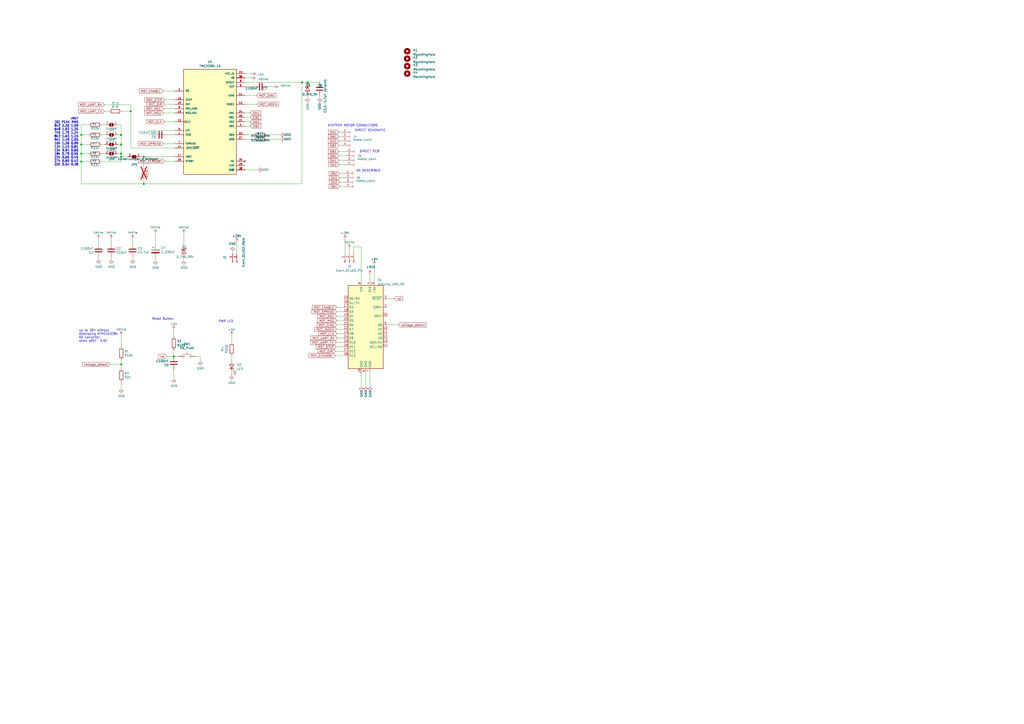
<source format=kicad_sch>
(kicad_sch (version 20230121) (generator eeschema)
  (paper "A2")
  (title_block (title "ETHERSWEEP 4") (rev "4.0.1") (company "github.com/neumi"))
  (lib_symbols
    (symbol "+28V_1" (power) (pin_names (offset 0))
      (property "Value" "+28V_1" (at 0 3.81 0))
      (symbol "+28V_1_0_1"
        (polyline (pts (xy -0.762 1.27) (xy 0 2.54)))
        (polyline (pts (xy 0 0) (xy 0 2.54)))
        (polyline (pts (xy 0 2.54) (xy 0.762 1.27)))
      )
      (symbol "+28V_1_1_1"
        (pin power_in line (at 0 0 90) (length 0) hide (name "+28V") (number "1"))
      )
    )
    (symbol "Connector:Conn_01x02_Male" (pin_names (offset 1.016) hide)
      (property "Reference" "J" (at 0 2.54 0))
      (property "Value" "Conn_01x02_Male" (at 0 -5.08 0))
      (symbol "Conn_01x02_Male_1_1"
        (polyline (pts (xy 1.27 -2.54) (xy 0.8636 -2.54)) (stroke (width 0.1524)))
        (polyline (pts (xy 1.27 0) (xy 0.8636 0)) (stroke (width 0.1524)))
        (rectangle (start 0.8636 -2.413) (end 0 -2.667) (stroke (width 0.1524)) (fill (type outline)))
        (rectangle (start 0.8636 0.127) (end 0 -0.127) (stroke (width 0.1524)) (fill (type outline)))
        (pin passive line (at 5.08 0 180) (length 3.81) (name "Pin_1") (number "1"))
        (pin passive line (at 5.08 -2.54 180) (length 3.81) (name "Pin_2") (number "2"))
      )
    )
    (symbol "Connector:Conn_01x03_Pin" (pin_names (offset 1.016) hide)
      (property "Reference" "J" (at 0 5.08 0))
      (property "Value" "Conn_01x03_Pin" (at 0 -5.08 0))
      (symbol "Conn_01x03_Pin_1_1"
        (polyline (pts (xy 1.27 -2.54) (xy 0.8636 -2.54)) (stroke (width 0.1524)))
        (polyline (pts (xy 1.27 0) (xy 0.8636 0)) (stroke (width 0.1524)))
        (polyline (pts (xy 1.27 2.54) (xy 0.8636 2.54)) (stroke (width 0.1524)))
        (rectangle (start 0.8636 -2.413) (end 0 -2.667) (stroke (width 0.1524)) (fill (type outline)))
        (rectangle (start 0.8636 0.127) (end 0 -0.127) (stroke (width 0.1524)) (fill (type outline)))
        (rectangle (start 0.8636 2.667) (end 0 2.413) (stroke (width 0.1524)) (fill (type outline)))
        (pin passive line (at 5.08 2.54 180) (length 3.81) (name "Pin_1") (number "1"))
        (pin passive line (at 5.08 0 180) (length 3.81) (name "Pin_2") (number "2"))
        (pin passive line (at 5.08 -2.54 180) (length 3.81) (name "Pin_3") (number "3"))
      )
    )
    (symbol "Connector:Conn_01x04_Female" (pin_names (offset 1.016) hide)
      (property "Reference" "J" (at 0 5.08 0))
      (property "Value" "Conn_01x04_Female" (at 0 -7.62 0))
      (symbol "Conn_01x04_Female_1_1"
        (arc (start 0 -4.572) (mid -0.5058 -5.08) (end 0 -5.588) (stroke (width 0.1524)))
        (arc (start 0 -2.032) (mid -0.5058 -2.54) (end 0 -3.048) (stroke (width 0.1524)))
        (polyline (pts (xy -1.27 -5.08) (xy -0.508 -5.08)) (stroke (width 0.1524)))
        (polyline (pts (xy -1.27 -2.54) (xy -0.508 -2.54)) (stroke (width 0.1524)))
        (polyline (pts (xy -1.27 0) (xy -0.508 0)) (stroke (width 0.1524)))
        (polyline (pts (xy -1.27 2.54) (xy -0.508 2.54)) (stroke (width 0.1524)))
        (arc (start 0 0.508) (mid -0.5058 0) (end 0 -0.508) (stroke (width 0.1524)))
        (arc (start 0 3.048) (mid -0.5058 2.54) (end 0 2.032) (stroke (width 0.1524)))
        (pin passive line (at -5.08 2.54 0) (length 3.81) (name "Pin_1") (number "1"))
        (pin passive line (at -5.08 0 0) (length 3.81) (name "Pin_2") (number "2"))
        (pin passive line (at -5.08 -2.54 0) (length 3.81) (name "Pin_3") (number "3"))
        (pin passive line (at -5.08 -5.08 0) (length 3.81) (name "Pin_4") (number "4"))
      )
    )
    (symbol "Device:C" (pin_numbers hide) (pin_names (offset 0.254))
      (property "Reference" "C" (at 0.635 2.54 0))
      (property "Value" "C" (at 0.635 -2.54 0))
      (symbol "C_0_1"
        (polyline (pts (xy -2.032 -0.762) (xy 2.032 -0.762)) (stroke (width 0.508)))
        (polyline (pts (xy -2.032 0.762) (xy 2.032 0.762)) (stroke (width 0.508)))
      )
      (symbol "C_1_1"
        (pin passive line (at 0 3.81 270) (length 2.794) (name "~") (number "1"))
        (pin passive line (at 0 -3.81 90) (length 2.794) (name "~") (number "2"))
      )
    )
    (symbol "Device:C_Polarized" (pin_numbers hide) (pin_names (offset 0.254))
      (property "Reference" "C" (at 0.635 2.54 0))
      (property "Value" "C_Polarized" (at 0.635 -2.54 0))
      (symbol "C_Polarized_0_1"
        (rectangle (start -2.286 0.508) (end 2.286 1.016))
        (polyline (pts (xy -1.778 2.286) (xy -0.762 2.286)))
        (polyline (pts (xy -1.27 2.794) (xy -1.27 1.778)))
        (rectangle (start 2.286 -0.508) (end -2.286 -1.016) (fill (type outline)))
      )
      (symbol "C_Polarized_1_1"
        (pin passive line (at 0 3.81 270) (length 2.794) (name "~") (number "1"))
        (pin passive line (at 0 -3.81 90) (length 2.794) (name "~") (number "2"))
      )
    )
    (symbol "Device:D_Schottky" (pin_numbers hide) (pin_names (offset 1.016) hide)
      (property "Reference" "D" (at 0 2.54 0))
      (property "Value" "D_Schottky" (at 0 -2.54 0))
      (symbol "D_Schottky_0_1"
        (polyline (pts (xy 1.27 0) (xy -1.27 0)))
        (polyline (pts (xy 1.27 1.27) (xy 1.27 -1.27) (xy -1.27 0) (xy 1.27 1.27)) (stroke (width 0.254)))
        (polyline (pts (xy -1.905 0.635) (xy -1.905 1.27) (xy -1.27 1.27) (xy -1.27 -1.27) (xy -0.635 -1.27) (xy -0.635 -0.635)) (stroke (width 0.254)))
      )
      (symbol "D_Schottky_1_1"
        (pin passive line (at -3.81 0 0) (length 2.54) (name "K") (number "1"))
        (pin passive line (at 3.81 0 180) (length 2.54) (name "A") (number "2"))
      )
    )
    (symbol "Device:LED" (pin_numbers hide) (pin_names (offset 1.016) hide)
      (property "Reference" "D" (at 0 2.54 0))
      (property "Value" "LED" (at 0 -2.54 0))
      (symbol "LED_0_1"
        (polyline (pts (xy -1.27 -1.27) (xy -1.27 1.27)) (stroke (width 0.254)))
        (polyline (pts (xy -1.27 0) (xy 1.27 0)))
        (polyline (pts (xy 1.27 -1.27) (xy 1.27 1.27) (xy -1.27 0) (xy 1.27 -1.27)) (stroke (width 0.254)))
        (polyline (pts (xy -3.048 -0.762) (xy -4.572 -2.286) (xy -3.81 -2.286) (xy -4.572 -2.286) (xy -4.572 -1.524)))
        (polyline (pts (xy -1.778 -0.762) (xy -3.302 -2.286) (xy -2.54 -2.286) (xy -3.302 -2.286) (xy -3.302 -1.524)))
      )
      (symbol "LED_1_1"
        (pin passive line (at -3.81 0 0) (length 2.54) (name "K") (number "1"))
        (pin passive line (at 3.81 0 180) (length 2.54) (name "A") (number "2"))
      )
    )
    (symbol "Device:R" (pin_numbers hide) (pin_names (offset 0))
      (property "Reference" "R" (at 2.032 0 90))
      (property "Value" "R" (at 0 0 90))
      (symbol "R_0_1"
        (rectangle (start -1.016 -2.54) (end 1.016 2.54) (stroke (width 0.254)))
      )
      (symbol "R_1_1"
        (pin passive line (at 0 3.81 270) (length 1.27) (name "~") (number "1"))
        (pin passive line (at 0 -3.81 90) (length 1.27) (name "~") (number "2"))
      )
    )
    (symbol "Jumper:SolderJumper_2_Bridged" (pin_names (offset 0) hide)
      (property "Reference" "JP" (at 0 2.032 0))
      (property "Value" "SolderJumper_2_Bridged" (at 0 -2.54 0))
      (symbol "SolderJumper_2_Bridged_0_1"
        (rectangle (start -0.508 0.508) (end 0.508 -0.508) (fill (type outline)))
        (arc (start -0.254 1.016) (mid -1.2656 0) (end -0.254 -1.016))
        (arc (start -0.254 1.016) (mid -1.2656 0) (end -0.254 -1.016) (fill (type outline)))
        (polyline (pts (xy -0.254 1.016) (xy -0.254 -1.016)))
        (polyline (pts (xy 0.254 1.016) (xy 0.254 -1.016)))
        (arc (start 0.254 -1.016) (mid 1.2656 0) (end 0.254 1.016))
        (arc (start 0.254 -1.016) (mid 1.2656 0) (end 0.254 1.016) (fill (type outline)))
      )
      (symbol "SolderJumper_2_Bridged_1_1"
        (pin passive line (at -3.81 0 0) (length 2.54) (name "A") (number "1"))
        (pin passive line (at 3.81 0 180) (length 2.54) (name "B") (number "2"))
      )
    )
    (symbol "Jumper:SolderJumper_2_Open" (pin_names (offset 0) hide)
      (property "Reference" "JP" (at 0 2.032 0))
      (property "Value" "SolderJumper_2_Open" (at 0 -2.54 0))
      (symbol "SolderJumper_2_Open_0_1"
        (arc (start -0.254 1.016) (mid -1.2656 0) (end -0.254 -1.016))
        (arc (start -0.254 1.016) (mid -1.2656 0) (end -0.254 -1.016) (fill (type outline)))
        (polyline (pts (xy -0.254 1.016) (xy -0.254 -1.016)))
        (polyline (pts (xy 0.254 1.016) (xy 0.254 -1.016)))
        (arc (start 0.254 -1.016) (mid 1.2656 0) (end 0.254 1.016))
        (arc (start 0.254 -1.016) (mid 1.2656 0) (end 0.254 1.016) (fill (type outline)))
      )
      (symbol "SolderJumper_2_Open_1_1"
        (pin passive line (at -3.81 0 0) (length 2.54) (name "A") (number "1"))
        (pin passive line (at 3.81 0 180) (length 2.54) (name "B") (number "2"))
      )
    )
    (symbol "MCU_Module:Arduino_UNO_R2"
      (property "Reference" "A" (at -10.16 23.495 0))
      (property "Value" "Arduino_UNO_R2" (at 5.08 -26.67 0))
      (symbol "Arduino_UNO_R2_0_1"
        (rectangle (start -10.16 22.86) (end 10.16 -25.4) (stroke (width 0.254)) (fill (type background)))
      )
      (symbol "Arduino_UNO_R2_1_1"
        (pin no_connect line (at -10.16 -20.32 0) (length 2.54) hide (name "NC") (number "1"))
        (pin bidirectional line (at 12.7 -2.54 180) (length 2.54) (name "A1") (number "10"))
        (pin bidirectional line (at 12.7 -5.08 180) (length 2.54) (name "A2") (number "11"))
        (pin bidirectional line (at 12.7 -7.62 180) (length 2.54) (name "A3") (number "12"))
        (pin bidirectional line (at 12.7 -10.16 180) (length 2.54) (name "SDA/A4") (number "13"))
        (pin bidirectional line (at 12.7 -12.7 180) (length 2.54) (name "SCL/A5") (number "14"))
        (pin bidirectional line (at -12.7 15.24 0) (length 2.54) (name "D0/RX") (number "15"))
        (pin bidirectional line (at -12.7 12.7 0) (length 2.54) (name "D1/TX") (number "16"))
        (pin bidirectional line (at -12.7 10.16 0) (length 2.54) (name "D2") (number "17"))
        (pin bidirectional line (at -12.7 7.62 0) (length 2.54) (name "D3") (number "18"))
        (pin bidirectional line (at -12.7 5.08 0) (length 2.54) (name "D4") (number "19"))
        (pin output line (at 12.7 10.16 180) (length 2.54) (name "IOREF") (number "2"))
        (pin bidirectional line (at -12.7 2.54 0) (length 2.54) (name "D5") (number "20"))
        (pin bidirectional line (at -12.7 0 0) (length 2.54) (name "D6") (number "21"))
        (pin bidirectional line (at -12.7 -2.54 0) (length 2.54) (name "D7") (number "22"))
        (pin bidirectional line (at -12.7 -5.08 0) (length 2.54) (name "D8") (number "23"))
        (pin bidirectional line (at -12.7 -7.62 0) (length 2.54) (name "D9") (number "24"))
        (pin bidirectional line (at -12.7 -10.16 0) (length 2.54) (name "D10") (number "25"))
        (pin bidirectional line (at -12.7 -12.7 0) (length 2.54) (name "D11") (number "26"))
        (pin bidirectional line (at -12.7 -15.24 0) (length 2.54) (name "D12") (number "27"))
        (pin bidirectional line (at -12.7 -17.78 0) (length 2.54) (name "D13") (number "28"))
        (pin power_in line (at -2.54 -27.94 90) (length 2.54) (name "GND") (number "29"))
        (pin input line (at 12.7 15.24 180) (length 2.54) (name "~{RESET}") (number "3"))
        (pin input line (at 12.7 5.08 180) (length 2.54) (name "AREF") (number "30"))
        (pin power_out line (at 2.54 25.4 270) (length 2.54) (name "3V3") (number "4"))
        (pin power_out line (at 5.08 25.4 270) (length 2.54) (name "+5V") (number "5"))
        (pin power_in line (at 0 -27.94 90) (length 2.54) (name "GND") (number "6"))
        (pin power_in line (at 2.54 -27.94 90) (length 2.54) (name "GND") (number "7"))
        (pin power_in line (at -2.54 25.4 270) (length 2.54) (name "VIN") (number "8"))
        (pin bidirectional line (at 12.7 0 180) (length 2.54) (name "A0") (number "9"))
      )
    )
    (symbol "Mechanical:MountingHole" (pin_names (offset 1.016))
      (property "Reference" "H" (at 0 5.08 0))
      (property "Value" "MountingHole" (at 0 3.175 0))
      (symbol "MountingHole_0_1"
        (circle (center 0 0) (radius 1.27) (stroke (width 1.27)))
      )
    )
    (symbol "Switch:SW_Push" (pin_numbers hide) (pin_names (offset 1.016) hide)
      (property "Reference" "SW" (at 1.27 2.54 0))
      (property "Value" "SW_Push" (at 0 -1.524 0))
      (symbol "SW_Push_0_1"
        (circle (center -2.032 0) (radius 0.508))
        (polyline (pts (xy 0 1.27) (xy 0 3.048)))
        (polyline (pts (xy 2.54 1.27) (xy -2.54 1.27)))
        (circle (center 2.032 0) (radius 0.508))
        (pin passive line (at -5.08 0 0) (length 2.54) (name "1") (number "1"))
        (pin passive line (at 5.08 0 180) (length 2.54) (name "2") (number "2"))
      )
    )
    (symbol "TMC2209-LA:TMC2209-LA" (pin_names (offset 1.016))
      (property "Reference" "U" (at -15.24 30.48 0))
      (property "Value" "TMC2209-LA" (at -15.24 -33.02 0))
      (symbol "TMC2209-LA_0_0"
        (rectangle (start -15.24 -30.48) (end 15.24 30.48) (stroke (width 0.254)) (fill (type background)))
        (pin output line (at 20.32 -2.54 180) (length 5.08) (name "OB2") (number "1"))
        (pin input line (at -20.32 5.08 0) (length 5.08) (name "MS2_AD1") (number "10"))
        (pin output line (at 20.32 15.24 180) (length 5.08) (name "DIAG") (number "11"))
        (pin output line (at 20.32 10.16 180) (length 5.08) (name "INDEX") (number "12"))
        (pin input clock (at -20.32 0 0) (length 5.08) (name "CLK") (number "13"))
        (pin bidirectional line (at -20.32 -15.24 0) (length 5.08) (name "~{PD~{_UART}") (number "14"))
        (pin power_in line (at 20.32 27.94 180) (length 5.08) (name "VCC_IO") (number "15"))
        (pin input line (at -20.32 12.7 0) (length 5.08) (name "STEP") (number "16"))
        (pin input line (at -20.32 -20.32 0) (length 5.08) (name "VREF") (number "17"))
        (pin power_in line (at 20.32 -27.94 180) (length 5.08) (name "GND") (number "18"))
        (pin input line (at -20.32 10.16 0) (length 5.08) (name "DIR") (number "19"))
        (pin input line (at -20.32 17.78 0) (length 5.08) (name "~{EN}") (number "2"))
        (pin input line (at -20.32 -22.86 0) (length 5.08) (name "STDBY") (number "20"))
        (pin output line (at 20.32 0 180) (length 5.08) (name "OA2") (number "21"))
        (pin power_in line (at 20.32 25.4 180) (length 5.08) (name "VS") (number "22"))
        (pin bidirectional line (at 20.32 -7.62 180) (length 5.08) (name "BRA") (number "23"))
        (pin output line (at 20.32 5.08 180) (length 5.08) (name "OA1") (number "24"))
        (pin no_connect line (at 20.32 -22.86 180) (length 5.08) (name "NC") (number "25"))
        (pin output line (at 20.32 2.54 180) (length 5.08) (name "OB1") (number "26"))
        (pin bidirectional line (at 20.32 -10.16 180) (length 5.08) (name "BRB") (number "27"))
        (pin power_in line (at 20.32 25.4 180) (length 5.08) (name "VS") (number "28"))
        (pin power_in line (at 20.32 -25.4 180) (length 5.08) (name "EXP") (number "29"))
        (pin power_in line (at 20.32 -27.94 180) (length 5.08) (name "GND") (number "3"))
        (pin output line (at -20.32 -7.62 0) (length 5.08) (name "CPO") (number "4"))
        (pin input line (at -20.32 -5.08 0) (length 5.08) (name "CPI") (number "5"))
        (pin power_in line (at 20.32 20.32 180) (length 5.08) (name "VCP") (number "6"))
        (pin input line (at -20.32 -12.7 0) (length 5.08) (name "SPREAD") (number "7"))
        (pin power_in line (at 20.32 22.86 180) (length 5.08) (name "5VOUT") (number "8"))
        (pin input line (at -20.32 7.62 0) (length 5.08) (name "MS1_AD0") (number "9"))
      )
    )
    (symbol "power:+3.3V" (power) (pin_names (offset 0))
      (property "Value" "+3.3V" (at 0 3.556 0))
      (symbol "+3.3V_0_1"
        (polyline (pts (xy -0.762 1.27) (xy 0 2.54)))
        (polyline (pts (xy 0 0) (xy 0 2.54)))
        (polyline (pts (xy 0 2.54) (xy 0.762 1.27)))
      )
      (symbol "+3.3V_1_1"
        (pin power_in line (at 0 0 90) (length 0) hide (name "+3V3") (number "1"))
      )
    )
    (symbol "power:+5V" (power) (pin_names (offset 0))
      (property "Value" "+5V" (at 0 3.556 0))
      (symbol "+5V_0_1"
        (polyline (pts (xy -0.762 1.27) (xy 0 2.54)))
        (polyline (pts (xy 0 0) (xy 0 2.54)))
        (polyline (pts (xy 0 2.54) (xy 0.762 1.27)))
      )
      (symbol "+5V_1_1"
        (pin power_in line (at 0 0 90) (length 0) hide (name "+5V") (number "1"))
      )
    )
    (symbol "power:GND" (power) (pin_names (offset 0))
      (property "Value" "GND" (at 0 -3.81 0))
      (symbol "GND_0_1"
        (polyline (pts (xy 0 0) (xy 0 -1.27) (xy 1.27 -1.27) (xy 0 -2.54) (xy -1.27 -1.27) (xy 0 -1.27)))
      )
      (symbol "GND_1_1"
        (pin power_in line (at 0 0 270) (length 0) hide (name "GND") (number "1"))
      )
    )
    (symbol "power:Vdrive" (power) (pin_names (offset 0))
      (property "Value" "Vdrive" (at 0 3.81 0))
      (symbol "Vdrive_0_1"
        (polyline (pts (xy -0.762 1.27) (xy 0 2.54)))
        (polyline (pts (xy 0 0) (xy 0 2.54)))
        (polyline (pts (xy 0 2.54) (xy 0.762 1.27)))
      )
      (symbol "Vdrive_1_1"
        (pin power_in line (at 0 0 90) (length 0) hide (name "Vdrive") (number "1"))
      )
    )
  )
  (junction (at 47.117 78.232))
  (junction (at 75.819 64.516))
  (junction (at 47.117 83.82))
  (junction (at 47.117 89.154))
  (junction (at 70.231 89.154))
  (junction (at 83.439 106.68))
  (junction (at 70.231 90.932))
  (junction (at 70.231 83.82))
  (junction (at 175.133 47.752))
  (junction (at 178.435 47.752))
  (junction (at 100.838 206.756))
  (junction (at 70.231 78.232))
  (junction (at 83.439 90.932))
  (junction (at 70.358 211.328))
  (junction (at 47.117 93.726))
  (wire (pts (xy 142.113 65.532) (xy 145.161 65.532)))
  (wire (pts (xy 60.833 89.154) (xy 59.055 89.154)))
  (wire (pts (xy 60.833 83.82) (xy 59.055 83.82)))
  (wire (pts (xy 205.232 143.256) (xy 209.55 143.256)))
  (wire (pts (xy 196.596 81.788) (xy 198.12 81.788)))
  (wire (pts (xy 142.113 98.552) (xy 149.352 98.552)))
  (wire (pts (xy 57.15 138.684) (xy 57.15 141.478)))
  (wire (pts (xy 147.447 50.292) (xy 142.113 50.292)))
  (wire (pts (xy 101.473 83.312) (xy 94.869 83.312)))
  (wire (pts (xy 197.104 103.124) (xy 199.898 103.124)))
  (wire (pts (xy 217.17 153.924) (xy 217.17 163.068)))
  (wire (pts (xy 194.564 203.708) (xy 199.39 203.708)))
  (wire (pts (xy 209.55 143.256) (xy 209.55 163.068)))
  (wire (pts (xy 70.231 72.39) (xy 70.231 78.232)))
  (wire (pts (xy 142.113 73.152) (xy 145.161 73.152)))
  (wire (pts (xy 196.85 95.504) (xy 200.66 95.504)))
  (wire (pts (xy 101.473 62.992) (xy 94.869 62.992)))
  (wire (pts (xy 195.58 193.548) (xy 199.39 193.548)))
  (wire (pts (xy 195.326 191.008) (xy 199.39 191.008)))
  (wire (pts (xy 134.366 216.408) (xy 134.366 217.678)))
  (wire (pts (xy 228.6 173.228) (xy 224.79 173.228)))
  (wire (pts (xy 101.473 60.452) (xy 95.504 60.452)))
  (wire (pts (xy 95.631 57.912) (xy 101.473 57.912)))
  (wire (pts (xy 64.516 138.684) (xy 64.516 141.478)))
  (wire (pts (xy 70.231 78.232) (xy 70.231 83.82)))
  (wire (pts (xy 47.117 83.82) (xy 47.117 78.232)))
  (wire (pts (xy 196.596 79.248) (xy 198.12 79.248)))
  (wire (pts (xy 75.819 60.706) (xy 75.819 64.516)))
  (wire (pts (xy 196.596 76.708) (xy 198.12 76.708)))
  (wire (pts (xy 70.231 72.39) (xy 68.453 72.39)))
  (wire (pts (xy 137.414 147.066) (xy 137.414 140.716)))
  (wire (pts (xy 100.838 202.946) (xy 100.838 206.756)))
  (wire (pts (xy 212.09 216.408) (xy 212.09 224.028)))
  (wire (pts (xy 83.439 90.932) (xy 83.439 96.52)))
  (wire (pts (xy 70.231 83.82) (xy 70.231 89.154)))
  (wire (pts (xy 76.962 149.098) (xy 76.962 150.368)))
  (wire (pts (xy 214.63 216.408) (xy 214.63 224.028)))
  (wire (pts (xy 47.117 106.68) (xy 47.117 93.726)))
  (wire (pts (xy 196.596 87.884) (xy 200.66 87.884)))
  (wire (pts (xy 70.231 89.154) (xy 68.453 89.154)))
  (wire (pts (xy 195.072 198.628) (xy 199.39 198.628)))
  (wire (pts (xy 142.113 68.072) (xy 145.161 68.072)))
  (wire (pts (xy 155.067 50.292) (xy 158.623 50.292)))
  (wire (pts (xy 154.813 78.232) (xy 162.433 78.232)))
  (wire (pts (xy 101.473 93.472) (xy 95.504 93.472)))
  (wire (pts (xy 142.113 60.452) (xy 148.971 60.452)))
  (wire (pts (xy 134.366 206.248) (xy 134.366 208.788)))
  (wire (pts (xy 83.439 104.14) (xy 83.439 106.68)))
  (wire (pts (xy 94.869 65.532) (xy 101.473 65.532)))
  (wire (pts (xy 60.579 64.516) (xy 63.119 64.516)))
  (wire (pts (xy 75.819 85.852) (xy 75.819 64.516)))
  (wire (pts (xy 51.435 89.154) (xy 47.117 89.154)))
  (wire (pts (xy 134.874 147.066) (xy 134.874 145.796)))
  (wire (pts (xy 47.117 89.154) (xy 47.117 83.82)))
  (wire (pts (xy 70.358 211.328) (xy 70.358 213.868)))
  (wire (pts (xy 106.68 149.606) (xy 106.68 150.876)))
  (wire (pts (xy 175.133 47.752) (xy 175.133 106.68)))
  (wire (pts (xy 197.104 108.204) (xy 199.898 108.204)))
  (wire (pts (xy 76.962 138.684) (xy 76.962 141.478)))
  (wire (pts (xy 100.838 195.326) (xy 100.838 191.516)))
  (wire (pts (xy 97.028 206.756) (xy 100.838 206.756)))
  (wire (pts (xy 116.078 206.756) (xy 116.078 209.296)))
  (wire (pts (xy 47.117 93.726) (xy 47.117 89.154)))
  (wire (pts (xy 70.231 93.726) (xy 70.231 90.932)))
  (wire (pts (xy 86.741 78.232) (xy 89.281 78.232)))
  (wire (pts (xy 196.596 92.964) (xy 200.66 92.964)))
  (wire (pts (xy 178.435 47.752) (xy 185.42 47.752)))
  (wire (pts (xy 90.17 149.606) (xy 90.17 150.876)))
  (wire (pts (xy 101.473 85.852) (xy 75.819 85.852)))
  (wire (pts (xy 64.516 149.098) (xy 64.516 150.368)))
  (wire (pts (xy 134.366 198.628) (xy 134.366 194.818)))
  (wire (pts (xy 142.113 55.372) (xy 148.844 55.372)))
  (wire (pts (xy 195.326 188.468) (xy 199.39 188.468)))
  (wire (pts (xy 70.231 89.154) (xy 70.231 90.932)))
  (wire (pts (xy 142.113 42.672) (xy 145.669 42.672)))
  (wire (pts (xy 101.473 90.932) (xy 83.439 90.932)))
  (wire (pts (xy 96.901 78.232) (xy 101.473 78.232)))
  (wire (pts (xy 185.42 55.372) (xy 185.42 56.642)))
  (wire (pts (xy 83.439 90.932) (xy 81.661 90.932)))
  (wire (pts (xy 60.579 60.706) (xy 75.819 60.706)))
  (wire (pts (xy 205.232 147.066) (xy 205.232 143.256)))
  (wire (pts (xy 202.692 144.272) (xy 202.692 147.066)))
  (wire (pts (xy 196.596 84.328) (xy 198.12 84.328)))
  (wire (pts (xy 95.631 70.612) (xy 101.473 70.612)))
  (wire (pts (xy 51.435 72.39) (xy 47.117 72.39)))
  (wire (pts (xy 90.17 141.986) (xy 90.17 135.636)))
  (wire (pts (xy 60.833 78.232) (xy 59.055 78.232)))
  (wire (pts (xy 209.55 216.408) (xy 209.55 224.028)))
  (wire (pts (xy 197.104 100.584) (xy 199.898 100.584)))
  (wire (pts (xy 195.326 180.848) (xy 199.39 180.848)))
  (wire (pts (xy 175.133 47.752) (xy 178.435 47.752)))
  (wire (pts (xy 70.358 221.488) (xy 70.358 225.298)))
  (wire (pts (xy 74.041 90.932) (xy 70.231 90.932)))
  (wire (pts (xy 101.473 52.832) (xy 94.869 52.832)))
  (wire (pts (xy 175.133 106.68) (xy 83.439 106.68)))
  (wire (pts (xy 47.117 78.232) (xy 47.117 72.39)))
  (wire (pts (xy 142.113 47.752) (xy 175.133 47.752)))
  (wire (pts (xy 70.358 194.818) (xy 70.358 201.168)))
  (wire (pts (xy 197.104 105.664) (xy 199.898 105.664)))
  (wire (pts (xy 51.435 93.726) (xy 47.117 93.726)))
  (wire (pts (xy 195.326 178.308) (xy 199.39 178.308)))
  (wire (pts (xy 196.596 90.424) (xy 200.66 90.424)))
  (wire (pts (xy 195.326 183.388) (xy 199.39 183.388)))
  (wire (pts (xy 142.113 70.612) (xy 145.161 70.612)))
  (wire (pts (xy 142.113 45.212) (xy 145.415 45.212)))
  (wire (pts (xy 57.15 149.098) (xy 57.15 150.368)))
  (wire (pts (xy 178.435 55.372) (xy 178.435 56.642)))
  (wire (pts (xy 70.231 78.232) (xy 68.453 78.232)))
  (wire (pts (xy 231.14 188.468) (xy 224.79 188.468)))
  (wire (pts (xy 214.63 163.068) (xy 214.63 159.258)))
  (wire (pts (xy 70.231 83.82) (xy 68.453 83.82)))
  (wire (pts (xy 142.113 78.232) (xy 147.193 78.232)))
  (wire (pts (xy 101.473 75.692) (xy 86.741 75.692)))
  (wire (pts (xy 100.838 214.376) (xy 100.838 219.456)))
  (wire (pts (xy 106.68 141.986) (xy 106.68 135.636)))
  (wire (pts (xy 195.072 201.168) (xy 199.39 201.168)))
  (wire (pts (xy 194.564 206.248) (xy 199.39 206.248)))
  (wire (pts (xy 195.326 185.928) (xy 199.39 185.928)))
  (wire (pts (xy 51.435 83.82) (xy 47.117 83.82)))
  (wire (pts (xy 60.833 72.39) (xy 59.055 72.39)))
  (wire (pts (xy 59.055 93.726) (xy 70.231 93.726)))
  (wire (pts (xy 154.813 80.772) (xy 162.433 80.772)))
  (wire (pts (xy 142.113 80.772) (xy 147.193 80.772)))
  (wire (pts (xy 113.538 206.756) (xy 116.078 206.756)))
  (wire (pts (xy 200.152 138.938) (xy 200.152 147.066)))
  (wire (pts (xy 83.439 106.68) (xy 47.117 106.68)))
  (wire (pts (xy 195.58 196.088) (xy 199.39 196.088)))
  (wire (pts (xy 64.008 211.328) (xy 70.358 211.328)))
  (wire (pts (xy 100.838 206.756) (xy 103.378 206.756)))
  (wire (pts (xy 70.739 64.516) (xy 75.819 64.516)))
  (wire (pts (xy 86.741 75.692) (xy 86.741 78.232)))
  (wire (pts (xy 51.435 78.232) (xy 47.117 78.232)))
  (wire (pts (xy 70.358 208.788) (xy 70.358 211.328)))
  (text "STEPPER MOTOR CONNECTORS" (at 189.992 73.66 0) (effects (font (size 1.27 1.27)) (justify left bottom)))
  (text "DIRECT SCHEMATIC\n" (at 205.74 76.454 0) (effects (font (size 1.27 1.27)) (justify left bottom)))
  (text "AS DESCRIBED" (at 206.756 99.822 0) (effects (font (size 1.27 1.27)) (justify left bottom)))
  (text "PWR LED" (at 126.746 187.198 0) (effects (font (size 1.27 1.27)) (justify left bottom)))
  (text "up to 30V without \ndestroying ATMEGA328s \nAD converter \nwhen aREF  5.0V" (at 45.72 198.628 0) (effects (font (size 1.27 1.27)) (justify left bottom)))
  (text "rREF\n[Ω] PEAK RMS\n6k2 2.26 1.59\n6k8 1.92 1.35\n7k5 1.76 1.24\n8k2 1.63 1.15\n9k1 1.49 1.05\n10k 1.36 0.96\n12k 1.15 0.81\n15k 0.94 0.66\n18k 0.79 0.55\n22k 0.65 0.45\n27k 0.60 0.42\n33k 0.54 0.38" (at 45.593 96.266 0) (effects (font (size 1.27 1.27) (thickness 0.254) bold) (justify right bottom)))
  (text "DIRECT PCB" (at 208.534 88.646 0) (effects (font (size 1.27 1.27)) (justify left bottom)))
  (text "Reset Button" (at 88.138 185.801 0) (effects (font (size 1.27 1.27)) (justify left bottom)))
  (global_label "MOT_ENABLE" (shape input) (at 94.869 52.832 180) (property "Intersheetrefs" "${INTERSHEET_REFS}" (effects hide)))
  (global_label "OB1" (shape input) (at 196.596 79.248 180) (property "Intersheetrefs" "${INTERSHEET_REFS}" (effects hide)))
  (global_label "MOT_MS1" (shape input) (at 94.869 62.992 180) (property "Intersheetrefs" "${INTERSHEET_REFS}" (effects hide)))
  (global_label "MOT_CLK" (shape input) (at 195.58 193.548 180) (property "Intersheetrefs" "${INTERSHEET_REFS}" (effects hide)))
  (global_label "MOT_SPREAD" (shape input) (at 94.869 83.312 180) (property "Intersheetrefs" "${INTERSHEET_REFS}" (effects hide)))
  (global_label "OB1" (shape input) (at 196.596 90.424 180) (property "Intersheetrefs" "${INTERSHEET_REFS}" (effects hide)))
  (global_label "MOT_UART_TX" (shape input) (at 195.072 198.628 180) (property "Intersheetrefs" "${INTERSHEET_REFS}" (effects hide)))
  (global_label "OB1" (shape input) (at 197.104 108.204 180) (property "Intersheetrefs" "${INTERSHEET_REFS}" (effects hide)))
  (global_label "MOT_UART_RX" (shape input) (at 60.579 60.706 180) (property "Intersheetrefs" "${INTERSHEET_REFS}" (effects hide)))
  (global_label "OB2" (shape input) (at 145.161 73.152 0) (property "Intersheetrefs" "${INTERSHEET_REFS}" (effects hide)))
  (global_label "OA2" (shape input) (at 197.104 105.664 180) (property "Intersheetrefs" "${INTERSHEET_REFS}" (effects hide)))
  (global_label "MOT_STEP" (shape input) (at 95.631 57.912 180) (property "Intersheetrefs" "${INTERSHEET_REFS}" (effects hide)))
  (global_label "MOT_UART_TX" (shape input) (at 60.579 64.516 180) (property "Intersheetrefs" "${INTERSHEET_REFS}" (effects hide)))
  (global_label "MOT_DIAG" (shape input) (at 148.844 55.372 0) (property "Intersheetrefs" "${INTERSHEET_REFS}" (effects hide)))
  (global_label "MOT_DIAG" (shape input) (at 195.326 188.468 180) (property "Intersheetrefs" "${INTERSHEET_REFS}" (effects hide)))
  (global_label "MOT_STANDBY" (shape input) (at 95.504 93.472 180) (property "Intersheetrefs" "${INTERSHEET_REFS}" (effects hide)))
  (global_label "OB2" (shape input) (at 196.596 87.884 180) (property "Intersheetrefs" "${INTERSHEET_REFS}" (effects hide)))
  (global_label "MOT_DIR" (shape input) (at 95.504 60.452 180) (property "Intersheetrefs" "${INTERSHEET_REFS}" (effects hide)))
  (global_label "OB1" (shape input) (at 145.161 68.072 0) (property "Intersheetrefs" "${INTERSHEET_REFS}" (effects hide)))
  (global_label "OA2" (shape input) (at 196.85 95.504 180) (property "Intersheetrefs" "${INTERSHEET_REFS}" (effects hide)))
  (global_label "MOT_INDEX" (shape input) (at 148.971 60.452 0) (property "Intersheetrefs" "${INTERSHEET_REFS}" (effects hide)))
  (global_label "voltage_detect" (shape input) (at 64.008 211.328 180) (property "Intersheetrefs" "${INTERSHEET_REFS}" (effects hide)))
  (global_label "OA2" (shape input) (at 145.161 70.612 0) (property "Intersheetrefs" "${INTERSHEET_REFS}" (effects hide)))
  (global_label "OB2" (shape input) (at 196.596 84.328 180) (property "Intersheetrefs" "${INTERSHEET_REFS}" (effects hide)))
  (global_label "MOT_INDEX" (shape input) (at 195.326 191.008 180) (property "Intersheetrefs" "${INTERSHEET_REFS}" (effects hide)))
  (global_label "MOT_STANDBY" (shape input) (at 194.564 206.248 180) (property "Intersheetrefs" "${INTERSHEET_REFS}" (effects hide)))
  (global_label "MOT_DIR" (shape input) (at 194.564 203.708 180) (property "Intersheetrefs" "${INTERSHEET_REFS}" (effects hide)))
  (global_label "MOT_SPREAD" (shape input) (at 195.326 180.848 180) (property "Intersheetrefs" "${INTERSHEET_REFS}" (effects hide)))
  (global_label "rst" (shape input) (at 228.6 173.228 0) (property "Intersheetrefs" "${INTERSHEET_REFS}" (effects hide)))
  (global_label "MOT_ENABLE" (shape input) (at 195.326 178.308 180) (property "Intersheetrefs" "${INTERSHEET_REFS}" (effects hide)))
  (global_label "MOT_MS2" (shape input) (at 94.869 65.532 180) (property "Intersheetrefs" "${INTERSHEET_REFS}" (effects hide)))
  (global_label "MOT_CLK" (shape input) (at 95.631 70.612 180) (property "Intersheetrefs" "${INTERSHEET_REFS}" (effects hide)))
  (global_label "OA1" (shape input) (at 196.596 92.964 180) (property "Intersheetrefs" "${INTERSHEET_REFS}" (effects hide)))
  (global_label "rst" (shape input) (at 97.028 206.756 180) (property "Intersheetrefs" "${INTERSHEET_REFS}" (effects hide)))
  (global_label "OA1" (shape input) (at 197.104 103.124 180) (property "Intersheetrefs" "${INTERSHEET_REFS}" (effects hide)))
  (global_label "voltage_detect" (shape input) (at 231.14 188.468 0) (property "Intersheetrefs" "${INTERSHEET_REFS}" (effects hide)))
  (global_label "OA2" (shape input) (at 196.596 81.788 180) (property "Intersheetrefs" "${INTERSHEET_REFS}" (effects hide)))
  (global_label "OB2" (shape input) (at 197.104 100.584 180) (property "Intersheetrefs" "${INTERSHEET_REFS}" (effects hide)))
  (global_label "MOT_MS1" (shape input) (at 195.326 183.388 180) (property "Intersheetrefs" "${INTERSHEET_REFS}" (effects hide)))
  (global_label "MOT_MS2" (shape input) (at 195.326 185.928 180) (property "Intersheetrefs" "${INTERSHEET_REFS}" (effects hide)))
  (global_label "OA1" (shape input) (at 196.596 76.708 180) (property "Intersheetrefs" "${INTERSHEET_REFS}" (effects hide)))
  (global_label "MOT_UART_RX" (shape input) (at 195.58 196.088 180) (property "Intersheetrefs" "${INTERSHEET_REFS}" (effects hide)))
  (global_label "MOT_STEP" (shape input) (at 195.072 201.168 180) (property "Intersheetrefs" "${INTERSHEET_REFS}" (effects hide)))
  (global_label "OA1" (shape input) (at 145.161 65.532 0) (property "Intersheetrefs" "${INTERSHEET_REFS}" (effects hide)))
  (symbol (lib_id "power:GND") (at 70.358 225.298 0) (unit 1)
    (property "Reference" "#PWR06" (effects hide))
    (property "Value" "GND" (at 70.485 229.6922 0))
  )
  (symbol (lib_id "Device:R") (at 70.358 217.678 0) (unit 1)
    (property "Reference" "R2" (at 72.136 216.5096 0) (effects (justify left)))
    (property "Value" "R2k" (at 72.136 218.821 0) (effects (justify left)))
    (property "Footprint" "Resistor_SMD:R_0805_2012Metric" (effects hide))
    (property "LCSC" "C17604" (effects hide))
  )
  (symbol (lib_id "Device:R") (at 70.358 204.978 0) (unit 1)
    (property "Reference" "R1" (at 72.136 203.8096 0) (effects (justify left)))
    (property "Value" "R10k" (at 72.136 206.121 0) (effects (justify left)))
    (property "Footprint" "Resistor_SMD:R_0805_2012Metric" (effects hide))
    (property "LCSC" "C17415" (effects hide))
  )
  (symbol (lib_id "Device:C") (at 76.962 145.288 0) (unit 1)
    (property "Reference" "C3" (at 79.883 144.1196 0) (effects (justify left)))
    (property "Value" "C4.7uF" (at 79.883 146.431 0) (effects (justify left)))
    (property "Footprint" "Capacitor_SMD:C_1206_3216Metric" (effects hide))
    (property "LCSC" "C29823" (effects hide))
  )
  (symbol (lib_id "Switch:SW_Push") (at 108.458 206.756 0) (unit 1)
    (property "Reference" "SW1" (at 108.458 199.517 0))
    (property "Value" "SW_Push" (at 108.458 201.8284 0))
    (property "Footprint" "Button_Switch_SMD:SW_Push_1P1T_NO_CK_KSC6xxJ" (effects hide))
    (property "LCSC" "C318884" (effects hide))
  )
  (symbol (lib_id "power:GND") (at 116.078 209.296 0) (unit 1)
    (property "Reference" "#PWR015" (effects hide))
    (property "Value" "GND" (at 116.205 213.6902 0))
  )
  (symbol (lib_id "power:GND") (at 134.874 145.796 180) (unit 1)
    (property "Reference" "#PWR016" (effects hide))
    (property "Value" "GND" (at 134.747 141.4018 0))
  )
  (symbol (lib_id "power:GND") (at 57.15 150.368 0) (unit 1)
    (property "Reference" "#PWR02" (effects hide))
    (property "Value" "GND" (at 57.277 154.7622 0))
  )
  (symbol (lib_id "power:GND") (at 76.962 150.368 0) (unit 1)
    (property "Reference" "#PWR08" (effects hide))
    (property "Value" "GND" (at 77.089 154.7622 0))
  )
  (symbol (lib_id "Connector:Conn_01x02_Male") (at 134.874 152.146 90) (unit 1)
    (property "Reference" "J1" (at 130.2766 149.4028 0))
    (property "Value" "Conn_01x02_Male" (at 141.224 146.431 0))
    (property "Footprint" "Connector_AMASS:AMASS_XT30PW-M_1x02_P2.50mm_Horizontal" (effects hide))
    (property "LCSC" "C431092" (effects hide))
  )
  (symbol (lib_id "power:Vdrive") (at 158.623 50.292 270) (unit 1)
    (property "Reference" "#PWR030" (effects hide))
    (property "Value" "Vdrive" (at 162.687 49.657 90) (effects (justify left)))
  )
  (symbol (lib_id "Jumper:SolderJumper_2_Bridged") (at 77.851 90.932 180) (unit 1)
    (property "Reference" "JP5" (at 77.851 95.504 0))
    (property "Value" "SolderJumper_2_Bridged" (at 79.883 92.202 0))
    (property "Footprint" "Jumper:SolderJumper-2_P1.3mm_Bridged_RoundedPad1.0x1.5mm" (effects hide))
  )
  (symbol (lib_id "MCU_Module:Arduino_UNO_R2") (at 212.09 188.468 0) (unit 1)
    (property "Reference" "A1" (at 219.1259 162.306 0) (effects (justify left)))
    (property "Value" "Arduino_UNO_R2" (at 219.1259 164.846 0) (effects (justify left)))
    (property "Footprint" "Module:Arduino_UNO_R2_WithMountingHoles" (effects hide))
    (property "Datasheet" "https://www.arduino.cc/en/Main/arduinoBoardUno" (effects hide))
  )
  (symbol (lib_id "Device:C") (at 151.257 50.292 90) (unit 1)
    (property "Reference" "C7" (at 155.067 51.308 90) (effects (justify left)))
    (property "Value" "C100nF" (at 149.733 51.308 90) (effects (justify left)))
    (property "Footprint" "Capacitor_SMD:C_0805_2012Metric" (effects hide))
    (property "LCSC" "C49678" (effects hide))
  )
  (symbol (lib_id "power:GND") (at 185.42 56.642 0) (unit 1)
    (property "Reference" "#PWR034" (effects hide))
    (property "Value" "GND" (at 185.42 61.722 90))
  )
  (symbol (lib_id "power:GND") (at 162.433 80.772 90) (unit 1)
    (property "Reference" "#PWR032" (effects hide))
    (property "Value" "GND" (at 166.8272 80.645 90))
  )
  (symbol (lib_id "Device:R") (at 151.003 80.772 270) (unit 1)
    (property "Reference" "R12" (at 151.003 80.137 90))
    (property "Value" "R100mOHM" (at 151.003 81.407 90))
    (property "Footprint" "Resistor_SMD:R_2010_5025Metric" (effects hide))
    (property "LCSC" "C175979" (effects hide))
  )
  (symbol (lib_id "Device:R") (at 83.439 100.33 180) (unit 1) (dnp yes)
    (property "Reference" "R13" (at 83.185 99.568 90) (effects (justify left)))
    (property "Value" "R33k" (at 85.471 98.044 90) (effects (justify left)))
    (property "Footprint" "Resistor_SMD:R_0805_2012Metric" (effects hide))
    (property "LCSC" "C17633" (effects hide))
  )
  (symbol (lib_id "Device:D_Schottky") (at 178.435 51.562 270) (unit 1)
    (property "Reference" "D3" (at 177.165 49.022 90) (effects (justify left)))
    (property "Value" "D_TVS_5V" (at 175.26 54.737 90) (effects (justify left)))
    (property "Footprint" "Diode_SMD:D_SOD-123" (effects hide))
    (property "LCSC" "C478011" (effects hide))
  )
  (symbol (lib_id "Jumper:SolderJumper_2_Open") (at 64.643 78.232 180) (unit 1)
    (property "Reference" "JP2" (at 64.643 81.534 0))
    (property "Value" "Jumper" (at 64.643 80.264 0))
    (property "Footprint" "Jumper:SolderJumper-2_P1.3mm_Open_RoundedPad1.0x1.5mm" (effects hide))
  )
  (symbol (lib_id "power:GND") (at 90.17 150.876 0) (unit 1)
    (property "Reference" "#PWR010" (effects hide))
    (property "Value" "GND" (at 90.297 155.2702 0))
  )
  (symbol (lib_id "Device:C") (at 93.091 78.232 90) (unit 1)
    (property "Reference" "C6" (at 90.551 79.502 90) (effects (justify left)))
    (property "Value" "C22nF 50V" (at 91.186 76.962 90) (effects (justify left)))
    (property "Footprint" "Capacitor_SMD:C_0805_2012Metric" (effects hide))
    (property "LCSC" "C1729" (effects hide))
  )
  (symbol (lib_id "power:Vdrive") (at 57.15 138.684 0) (unit 1)
    (property "Reference" "#PWR01" (effects hide))
    (property "Value" "Vdrive" (at 57.15 134.8927 0))
  )
  (symbol (lib_id "Jumper:SolderJumper_2_Open") (at 64.643 83.82 180) (unit 1)
    (property "Reference" "JP3" (at 64.643 87.122 0))
    (property "Value" "Jumper" (at 64.643 85.852 0))
    (property "Footprint" "Jumper:SolderJumper-2_P1.3mm_Open_RoundedPad1.0x1.5mm" (effects hide))
  )
  (symbol (lib_id "power:+5V") (at 100.838 191.516 0) (unit 1)
    (property "Reference" "#PWR011" (effects hide))
    (property "Value" "+5V" (at 100.838 187.96 0))
  )
  (symbol (lib_id "Device:R") (at 55.245 83.82 90) (unit 1)
    (property "Reference" "R7" (at 56.007 83.566 90) (effects (justify left)))
    (property "Value" "R33k" (at 57.531 85.852 90) (effects (justify left)))
    (property "Footprint" "Resistor_SMD:R_0805_2012Metric" (effects hide))
    (property "LCSC" "C17633" (effects hide))
  )
  (symbol (lib_id "Connector:Conn_01x04_Female") (at 203.2 79.248 0) (unit 1)
    (property "Reference" "J4" (at 204.724 79.2479 0) (effects (justify left)))
    (property "Value" "motor_conn" (at 204.724 81.026 0) (effects (justify left)))
    (property "Footprint" "Connector_JST:JST_EH_S4B-EH_1x04_P2.50mm_Horizontal" (effects hide))
  )
  (symbol (lib_id "Connector:Conn_01x04_Female") (at 204.978 103.124 0) (unit 1)
    (property "Reference" "J6" (at 206.502 103.1239 0) (effects (justify left)))
    (property "Value" "motor_conn" (at 206.502 104.902 0) (effects (justify left)))
    (property "Footprint" "Connector_JST:JST_EH_S4B-EH_1x04_P2.50mm_Horizontal" (effects hide))
  )
  (symbol (lib_id "Connector:Conn_01x04_Female") (at 205.74 90.424 0) (unit 1)
    (property "Reference" "J5" (at 207.264 90.4239 0) (effects (justify left)))
    (property "Value" "motor_conn" (at 207.264 92.202 0) (effects (justify left)))
    (property "Footprint" "Connector_JST:JST_EH_S4B-EH_1x04_P2.50mm_Horizontal" (effects hide))
  )
  (symbol (lib_id "Connector:Conn_01x03_Pin") (at 202.692 152.146 90) (unit 1)
    (property "Reference" "J2" (at 202.692 154.432 90))
    (property "Value" "Conn_01x03_Pin" (at 202.692 156.972 90))
    (property "Footprint" "Connector_PinHeader_2.54mm:PinHeader_1x03_P2.54mm_Vertical" (effects hide))
  )
  (symbol (lib_id "Device:R") (at 66.929 64.516 90) (unit 1)
    (property "Reference" "R10" (at 65.7606 62.738 0) (effects (justify left)))
    (property "Value" "R1k" (at 68.072 62.738 0) (effects (justify left)))
    (property "Footprint" "Resistor_SMD:R_0805_2012Metric" (effects hide))
    (property "LCSC" "C17513" (effects hide))
  )
  (symbol (lib_id "Mechanical:MountingHole") (at 236.22 29.718 0) (unit 1)
    (property "Reference" "H1" (at 239.522 29.083 0) (effects (justify left)))
    (property "Value" "MountingHole" (at 239.522 31.623 0) (effects (justify left)))
    (property "Footprint" "MountingHole:MountingHole_3.2mm_M3_Pad" (effects hide))
  )
  (symbol (lib_id "Mechanical:MountingHole") (at 236.22 34.036 0) (unit 1)
    (property "Reference" "H2" (at 239.522 33.401 0) (effects (justify left)))
    (property "Value" "MountingHole" (at 239.522 35.941 0) (effects (justify left)))
    (property "Footprint" "MountingHole:MountingHole_3.2mm_M3_Pad" (effects hide))
  )
  (symbol (lib_id "power:GND") (at 100.838 219.456 0) (unit 1)
    (property "Reference" "#PWR012" (effects hide))
    (property "Value" "GND" (at 100.965 223.8502 0))
  )
  (symbol (lib_id "power:GND") (at 134.366 217.678 0) (unit 1)
    (property "Reference" "#PWR019" (effects hide))
    (property "Value" "GND" (at 134.493 222.0722 0))
  )
  (symbol (lib_id "Device:R") (at 100.838 199.136 0) (unit 1)
    (property "Reference" "R3" (at 102.616 197.9676 0) (effects (justify left)))
    (property "Value" "R10k" (at 102.616 200.279 0) (effects (justify left)))
    (property "Footprint" "Resistor_SMD:R_0805_2012Metric" (effects hide))
    (property "LCSC" "C17415" (effects hide))
  )
  (symbol (lib_id "power:GND") (at 209.55 224.028 0) (unit 1)
    (property "Reference" "#PWR022" (effects hide))
    (property "Value" "GND" (at 209.677 228.4222 90))
  )
  (symbol (lib_id "Device:R") (at 55.245 72.39 90) (unit 1)
    (property "Reference" "R5" (at 56.007 72.136 90) (effects (justify left)))
    (property "Value" "R33k" (at 57.531 74.422 90) (effects (justify left)))
    (property "Footprint" "Resistor_SMD:R_0805_2012Metric" (effects hide))
    (property "LCSC" "C17633" (effects hide))
  )
  (symbol (lib_id "Device:C_Polarized") (at 90.17 145.796 0) (unit 1)
    (property "Reference" "C4" (at 93.345 143.6369 0) (effects (justify left)))
    (property "Value" "C_330uF" (at 93.345 146.1769 0) (effects (justify left)))
    (property "Footprint" "Capacitor_SMD:CP_Elec_10x10" (effects hide))
    (property "LCSC" "C249985" (effects hide))
  )
  (symbol (lib_id "power:GND") (at 149.352 98.552 90) (unit 1)
    (property "Reference" "#PWR029" (effects hide))
    (property "Value" "GND" (at 153.7462 98.425 90))
  )
  (symbol (lib_id "Device:C") (at 100.838 210.566 180) (unit 1)
    (property "Reference" "C5" (at 97.917 211.7344 0) (effects (justify left)))
    (property "Value" "C100nF" (at 97.917 209.423 0) (effects (justify left)))
    (property "Footprint" "Capacitor_SMD:C_0805_2012Metric" (effects hide))
    (property "LCSC" "C49678" (effects hide))
  )
  (symbol (lib_id "Mechanical:MountingHole") (at 236.22 38.354 0) (unit 1)
    (property "Reference" "H3" (at 239.522 37.719 0) (effects (justify left)))
    (property "Value" "MountingHole" (at 239.522 40.259 0) (effects (justify left)))
    (property "Footprint" "MountingHole:MountingHole_3.2mm_M3_Pad" (effects hide))
  )
  (symbol (lib_id "power:GND") (at 64.516 150.368 0) (unit 1)
    (property "Reference" "#PWR04" (effects hide))
    (property "Value" "GND" (at 64.643 154.7622 0))
  )
  (symbol (lib_id "power:Vdrive") (at 76.962 138.684 0) (unit 1)
    (property "Reference" "#PWR07" (effects hide))
    (property "Value" "Vdrive" (at 76.962 134.8927 0))
  )
  (symbol (lib_id "power:Vdrive") (at 64.516 138.684 0) (unit 1)
    (property "Reference" "#PWR03" (effects hide))
    (property "Value" "Vdrive" (at 64.516 134.8927 0))
  )
  (symbol (lib_id "power:+5V") (at 217.17 153.924 0) (unit 1)
    (property "Reference" "#PWR026" (effects hide))
    (property "Value" "+5V" (at 217.17 150.368 0))
  )
  (symbol (lib_id "Device:R") (at 151.003 78.232 270) (unit 1)
    (property "Reference" "R11" (at 151.003 77.597 90))
    (property "Value" "R100mOHM" (at 151.003 78.867 90))
    (property "Footprint" "Resistor_SMD:R_2010_5025Metric" (effects hide))
    (property "LCSC" "C175979" (effects hide))
  )
  (symbol (lib_id "power:Vdrive") (at 106.68 135.636 0) (unit 1)
    (property "Reference" "#PWR013" (effects hide))
    (property "Value" "Vdrive" (at 106.68 131.8447 0))
  )
  (symbol (lib_id "Device:R") (at 55.245 78.232 90) (unit 1)
    (property "Reference" "R6" (at 56.007 77.978 90) (effects (justify left)))
    (property "Value" "R33k" (at 57.531 80.264 90) (effects (justify left)))
    (property "Footprint" "Resistor_SMD:R_0805_2012Metric" (effects hide))
    (property "LCSC" "C17633" (effects hide))
  )
  (symbol (lib_id "Device:C") (at 64.516 145.288 0) (unit 1)
    (property "Reference" "C2" (at 67.437 144.1196 0) (effects (justify left)))
    (property "Value" "C10uF" (at 67.437 146.431 0) (effects (justify left)))
    (property "Footprint" "Capacitor_SMD:C_1206_3216Metric" (effects hide))
    (property "LCSC" "C13585" (effects hide))
  )
  (symbol (lib_id "power:Vdrive") (at 70.358 194.818 0) (unit 1)
    (property "Reference" "#PWR05" (effects hide))
    (property "Value" "Vdrive" (at 70.358 191.0267 0))
  )
  (symbol (lib_id "power:GND") (at 162.433 78.232 90) (unit 1)
    (property "Reference" "#PWR031" (effects hide))
    (property "Value" "GND" (at 166.8272 78.105 90))
  )
  (symbol (lib_id "power:Vdrive") (at 202.692 144.272 0) (unit 1)
    (property "Reference" "#PWR021" (effects hide))
    (property "Value" "Vdrive" (at 202.692 140.4807 0))
  )
  (symbol (lib_id "Jumper:SolderJumper_2_Open") (at 64.643 89.154 180) (unit 1)
    (property "Reference" "JP4" (at 64.643 92.456 0))
    (property "Value" "Jumper" (at 64.643 91.186 0))
    (property "Footprint" "Jumper:SolderJumper-2_P1.3mm_Open_RoundedPad1.0x1.5mm" (effects hide))
  )
  (symbol (lib_id "power:+5V") (at 145.669 42.672 270) (unit 1)
    (property "Reference" "#PWR028" (effects hide))
    (property "Value" "+5V" (at 148.971 43.307 90) (effects (justify left)))
  )
  (symbol (lib_id "Device:C") (at 57.15 145.288 180) (unit 1)
    (property "Reference" "C1" (at 54.229 146.4564 0) (effects (justify left)))
    (property "Value" "C100nF" (at 54.229 144.145 0) (effects (justify left)))
    (property "Footprint" "Capacitor_SMD:C_0805_2012Metric" (effects hide))
    (property "LCSC" "C49678" (effects hide))
  )
  (symbol (lib_id "Device:R") (at 134.366 202.438 0) (unit 1)
    (property "Reference" "R4" (at 129.1082 202.438 90))
    (property "Value" "R330" (at 131.4196 202.438 90))
    (property "Footprint" "Resistor_SMD:R_0805_2012Metric" (effects hide))
    (property "LCSC" "C17630" (effects hide))
  )
  (symbol (lib_name "+28V_1") (lib_id "power:+28V") (at 200.152 138.938 0) (unit 1)
    (property "Reference" "#PWR020" (effects hide))
    (property "Value" "+28V" (at 200.152 135.128 0))
  )
  (symbol (lib_id "power:+5V") (at 134.366 194.818 0) (unit 1)
    (property "Reference" "#PWR018" (effects hide))
    (property "Value" "+5V" (at 134.366 191.262 0))
  )
  (symbol (lib_id "power:GND") (at 212.09 224.028 0) (unit 1)
    (property "Reference" "#PWR023" (effects hide))
    (property "Value" "GND" (at 212.217 228.4222 90))
  )
  (symbol (lib_id "power:Vdrive") (at 90.17 135.636 0) (unit 1)
    (property "Reference" "#PWR09" (effects hide))
    (property "Value" "Vdrive" (at 90.17 131.8447 0))
  )
  (symbol (lib_id "Mechanical:MountingHole") (at 236.22 42.672 0) (unit 1)
    (property "Reference" "H4" (at 239.522 42.037 0) (effects (justify left)))
    (property "Value" "MountingHole" (at 239.522 44.577 0) (effects (justify left)))
    (property "Footprint" "MountingHole:MountingHole_3.2mm_M3_Pad" (effects hide))
  )
  (symbol (lib_id "TMC2209-LA:TMC2209-LA") (at 121.793 70.612 0) (unit 1)
    (property "Reference" "U1" (at 121.793 35.814 0))
    (property "Value" "TMC2209-LA" (at 121.793 38.354 0))
    (property "Footprint" "components:QFN50P500X500X90-29N" (effects hide))
    (property "STANDARD" "IPC-7351B" (effects hide))
    (property "PARTREV" "1.08" (effects hide))
    (property "MANUFACTURER" "Trinamic" (effects hide))
    (property "SNAPEDA_PN" "TMC2209-LA" (effects hide))
    (property "MAXIMUM_PACKAGE_HEIGHT" "0.90mm" (effects hide))
    (property "LCSC" "C465949" (effects hide))
  )
  (symbol (lib_id "Device:R") (at 55.245 89.154 90) (unit 1)
    (property "Reference" "R8" (at 56.007 88.9 90) (effects (justify left)))
    (property "Value" "R33k" (at 57.531 91.186 90) (effects (justify left)))
    (property "Footprint" "Resistor_SMD:R_0805_2012Metric" (effects hide))
    (property "LCSC" "C17633" (effects hide))
  )
  (symbol (lib_id "Device:D_Schottky") (at 106.68 145.796 270) (unit 1)
    (property "Reference" "D1" (at 105.41 143.256 90) (effects (justify left)))
    (property "Value" "D_TVS_30V" (at 102.235 148.971 90) (effects (justify left)))
    (property "Footprint" "Diode_SMD:D_SOD-123" (effects hide))
    (property "LCSC" "C553410" (effects hide))
  )
  (symbol (lib_id "Jumper:SolderJumper_2_Open") (at 64.643 72.39 180) (unit 1)
    (property "Reference" "JP1" (at 64.643 75.692 0))
    (property "Value" "Jumper" (at 64.643 74.422 0))
    (property "Footprint" "Jumper:SolderJumper-2_P1.3mm_Open_RoundedPad1.0x1.5mm" (effects hide))
  )
  (symbol (lib_id "Device:C") (at 185.42 51.562 0) (unit 1)
    (property "Reference" "C8" (at 184.15 49.657 0) (effects (justify left)))
    (property "Value" "C2.2-4.7uF ceramic" (at 188.595 65.532 90) (effects (justify left)))
    (property "Footprint" "Capacitor_SMD:C_1206_3216Metric" (effects hide))
    (property "LCSC" "C29823" (effects hide))
  )
  (symbol (lib_id "Device:R") (at 55.245 93.726 90) (unit 1)
    (property "Reference" "R9" (at 56.007 93.472 90) (effects (justify left)))
    (property "Value" "R33k" (at 57.531 95.758 90) (effects (justify left)))
    (property "Footprint" "Resistor_SMD:R_0805_2012Metric" (effects hide))
    (property "LCSC" "C17633" (effects hide))
  )
  (symbol (lib_name "+28V_1") (lib_id "power:+28V") (at 137.414 140.716 0) (unit 1)
    (property "Reference" "#PWR017" (effects hide))
    (property "Value" "+28V" (at 137.414 136.906 0))
  )
  (symbol (lib_id "Device:LED") (at 134.366 212.598 90) (unit 1)
    (property "Reference" "D2" (at 137.3632 211.6074 90) (effects (justify right)))
    (property "Value" "LED" (at 137.3632 213.9188 90) (effects (justify right)))
    (property "Footprint" "LED_SMD:LED_0805_2012Metric" (effects hide))
    (property "LCSC" "C84256" (effects hide))
  )
  (symbol (lib_id "power:GND") (at 106.68 150.876 0) (unit 1)
    (property "Reference" "#PWR014" (effects hide))
    (property "Value" "GND" (at 106.807 155.2702 0))
  )
  (symbol (lib_id "power:GND") (at 178.435 56.642 0) (unit 1)
    (property "Reference" "#PWR033" (effects hide))
    (property "Value" "GND" (at 178.435 61.722 90))
  )
  (symbol (lib_id "power:Vdrive") (at 145.415 45.212 270) (unit 1)
    (property "Reference" "#PWR027" (effects hide))
    (property "Value" "Vdrive" (at 149.733 45.847 90) (effects (justify left)))
  )
  (symbol (lib_id "power:+3.3V") (at 214.63 159.258 0) (unit 1)
    (property "Reference" "#PWR024" (effects hide))
    (property "Value" "+3.3V" (at 215.011 154.8638 0))
  )
  (symbol (lib_id "power:GND") (at 214.63 224.028 0) (unit 1)
    (property "Reference" "#PWR025" (effects hide))
    (property "Value" "GND" (at 214.757 228.4222 90))
  )
)
</source>
